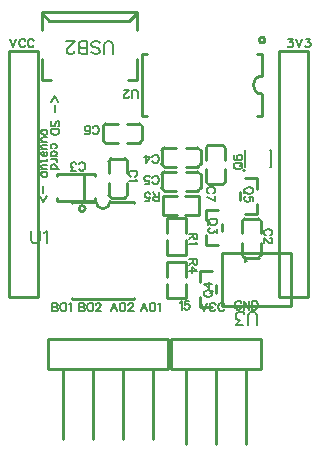
<source format=gto>
G04 Layer: TopSilkLayer*
G04 EasyEDA v6.4.7, 2020-11-10T21:56:29+01:00*
G04 d56d7f5836d14aafa71abd029e92fcd7,d798ca008b2c48fc9d28453cf4f639a5,10*
G04 Gerber Generator version 0.2*
G04 Scale: 100 percent, Rotated: No, Reflected: No *
G04 Dimensions in millimeters *
G04 leading zeros omitted , absolute positions ,3 integer and 3 decimal *
%FSLAX33Y33*%
%MOMM*%
G90*
D02*

%ADD10C,0.254000*%
%ADD26C,0.203200*%
%ADD27C,0.127000*%
%ADD28C,0.152400*%

%LPD*%
G54D10*
G01X11463Y28511D02*
G01X11463Y28411D01*
G01X10872Y27821D01*
G01X3513Y28531D02*
G01X3513Y28411D01*
G01X4103Y27821D01*
G01X4103Y27821D02*
G01X10872Y27821D01*
G01X3493Y28531D02*
G01X11492Y28531D01*
G01X11492Y22771D02*
G01X10730Y22771D01*
G01X4234Y22771D02*
G01X3493Y22771D01*
G01X3493Y22771D02*
G01X3493Y24556D01*
G01X3493Y27026D02*
G01X3493Y28503D01*
G01X11492Y22771D02*
G01X11492Y24556D01*
G01X11492Y27026D02*
G01X11492Y28511D01*
G01X16789Y11391D02*
G01X16789Y12992D01*
G01X14939Y12986D02*
G01X13689Y12986D01*
G01X14939Y11386D02*
G01X13689Y11386D01*
G01X15539Y12992D02*
G01X16789Y12992D01*
G01X15539Y11391D02*
G01X16789Y11391D01*
G01X13689Y11386D02*
G01X13689Y12986D01*
G01X18761Y13970D02*
G01X17561Y13970D01*
G01X18961Y16020D02*
G01X18961Y17020D01*
G01X17360Y16020D02*
G01X17360Y17020D01*
G01X18961Y15220D02*
G01X18961Y14221D01*
G01X17360Y15220D02*
G01X17360Y14221D01*
G01X18761Y17271D02*
G01X17561Y17271D01*
G01X18961Y17071D02*
G01X18961Y17020D01*
G01X17360Y17070D02*
G01X17360Y17020D01*
G01X18961Y14170D02*
G01X18961Y14221D01*
G01X17360Y14171D02*
G01X17360Y14221D01*
G54D27*
G01X22817Y15429D02*
G01X22817Y16829D01*
G01X20617Y15429D02*
G01X20617Y16829D01*
G01X20617Y16829D02*
G01X20699Y16829D01*
G01X22734Y16829D02*
G01X22817Y16829D01*
G01X20617Y15429D02*
G01X20699Y15429D01*
G01X22734Y15429D02*
G01X22817Y15429D01*
G54D10*
G01X24536Y3632D02*
G01X18694Y3632D01*
G01X18694Y3632D02*
G01X18694Y8128D01*
G01X18694Y8128D02*
G01X24536Y8128D01*
G01X24536Y8128D02*
G01X24536Y3632D01*
G01X13589Y13623D02*
G01X13589Y14823D01*
G01X15639Y13423D02*
G01X16639Y13423D01*
G01X15639Y15024D02*
G01X16639Y15024D01*
G01X14839Y13423D02*
G01X13840Y13423D01*
G01X14839Y15024D02*
G01X13840Y15024D01*
G01X16890Y13623D02*
G01X16890Y14823D01*
G01X16690Y13423D02*
G01X16639Y13423D01*
G01X16689Y15024D02*
G01X16639Y15024D01*
G01X13789Y13423D02*
G01X13840Y13423D01*
G01X13790Y15024D02*
G01X13840Y15024D01*
G01X11918Y25002D02*
G01X11918Y19701D01*
G01X22117Y19701D02*
G01X22117Y21590D01*
G01X22117Y25002D02*
G01X22117Y23114D01*
G01X22117Y19701D02*
G01X21676Y19701D01*
G01X12359Y19701D02*
G01X11918Y19701D01*
G01X11918Y25002D02*
G01X12359Y25002D01*
G01X21676Y25002D02*
G01X22117Y25002D01*
G01X20255Y13267D02*
G01X20255Y12640D01*
G01X21654Y14453D02*
G01X21654Y13589D01*
G01X21654Y12318D02*
G01X21654Y11454D01*
G01X21654Y14453D02*
G01X20654Y14453D01*
G01X21654Y11454D02*
G01X20654Y11454D01*
G01X13589Y15655D02*
G01X13589Y16855D01*
G01X15639Y15455D02*
G01X16639Y15455D01*
G01X15639Y17056D02*
G01X16639Y17056D01*
G01X14839Y15455D02*
G01X13840Y15455D01*
G01X14839Y17056D02*
G01X13840Y17056D01*
G01X16890Y15655D02*
G01X16890Y16855D01*
G01X16690Y15455D02*
G01X16639Y15455D01*
G01X16689Y17056D02*
G01X16639Y17056D01*
G01X13789Y15455D02*
G01X13840Y15455D01*
G01X13790Y17056D02*
G01X13840Y17056D01*
G01X8636Y17687D02*
G01X8636Y18887D01*
G01X10686Y17487D02*
G01X11686Y17487D01*
G01X10686Y19088D02*
G01X11686Y19088D01*
G01X9886Y17487D02*
G01X8887Y17487D01*
G01X9886Y19088D02*
G01X8887Y19088D01*
G01X11937Y17687D02*
G01X11937Y18887D01*
G01X11737Y17487D02*
G01X11686Y17487D01*
G01X11736Y19088D02*
G01X11686Y19088D01*
G01X8836Y17487D02*
G01X8887Y17487D01*
G01X8837Y19088D02*
G01X8887Y19088D01*
G01X15621Y-1651D02*
G01X15621Y-8001D01*
G01X18161Y-1651D02*
G01X18161Y-8001D01*
G01X20701Y-1651D02*
G01X20701Y-8001D01*
G01X21971Y-1651D02*
G01X14351Y-1651D01*
G01X14351Y889D01*
G01X21971Y889D01*
G01X21971Y-1651D01*
G01X18733Y9973D02*
G01X18733Y10600D01*
G01X17334Y8787D02*
G01X17334Y9651D01*
G01X17334Y10922D02*
G01X17334Y11786D01*
G01X17334Y8787D02*
G01X18334Y8787D01*
G01X17334Y11786D02*
G01X18334Y11786D01*
G01X18225Y4766D02*
G01X18225Y5393D01*
G01X16826Y3580D02*
G01X16826Y4444D01*
G01X16826Y5715D02*
G01X16826Y6579D01*
G01X16826Y3580D02*
G01X17826Y3580D01*
G01X16826Y6579D02*
G01X17826Y6579D01*
G01X7950Y14859D02*
G01X6478Y14859D01*
G01X6478Y14859D01*
G01X4750Y14859D01*
G01X7949Y12573D02*
G01X4749Y12573D01*
G01X7949Y12573D02*
G01X7949Y12784D01*
G01X7949Y14647D02*
G01X7949Y14859D01*
G01X4749Y12573D02*
G01X4749Y12784D01*
G01X4749Y14647D02*
G01X4749Y14859D01*
G01X7039Y12573D02*
G01X7039Y14859D01*
G01X25984Y25268D02*
G01X25984Y4449D01*
G01X25984Y4449D02*
G01X23545Y4449D01*
G01X23545Y4449D02*
G01X23545Y25268D01*
G01X23545Y25268D02*
G01X25984Y25268D01*
G01X685Y4449D02*
G01X685Y25268D01*
G01X685Y25268D02*
G01X3124Y25268D01*
G01X3124Y25268D02*
G01X3124Y4449D01*
G01X3124Y4449D02*
G01X685Y4449D01*
G01X15659Y11074D02*
G01X14058Y11074D01*
G01X14064Y9224D02*
G01X14064Y7974D01*
G01X15664Y9224D02*
G01X15664Y7974D01*
G01X14058Y9824D02*
G01X14058Y11074D01*
G01X15659Y9824D02*
G01X15659Y11074D01*
G01X15664Y7974D02*
G01X14064Y7974D01*
G01X14058Y4292D02*
G01X15659Y4292D01*
G01X15653Y6142D02*
G01X15653Y7392D01*
G01X14053Y6142D02*
G01X14053Y7392D01*
G01X15659Y5542D02*
G01X15659Y4292D01*
G01X14058Y5542D02*
G01X14058Y4292D01*
G01X14053Y7392D02*
G01X15653Y7392D01*
G01X6036Y4282D02*
G01X11235Y4282D01*
G01X11235Y12481D02*
G01X11235Y12397D01*
G01X11235Y4366D02*
G01X11235Y4282D01*
G01X6036Y12481D02*
G01X6036Y12397D01*
G01X6036Y4366D02*
G01X6036Y4282D01*
G01X11235Y12481D02*
G01X9235Y12481D01*
G01X6036Y12481D02*
G01X8036Y12481D01*
G01X10506Y12827D02*
G01X9306Y12827D01*
G01X10706Y14877D02*
G01X10706Y15877D01*
G01X9105Y14877D02*
G01X9105Y15877D01*
G01X10706Y14077D02*
G01X10706Y13078D01*
G01X9105Y14077D02*
G01X9105Y13078D01*
G01X10506Y16128D02*
G01X9306Y16128D01*
G01X10706Y15928D02*
G01X10706Y15877D01*
G01X9105Y15927D02*
G01X9105Y15877D01*
G01X10706Y13027D02*
G01X10706Y13078D01*
G01X9105Y13028D02*
G01X9105Y13078D01*
G01X21809Y7747D02*
G01X20609Y7747D01*
G01X22009Y9797D02*
G01X22009Y10797D01*
G01X20408Y9797D02*
G01X20408Y10797D01*
G01X22009Y8997D02*
G01X22009Y7998D01*
G01X20408Y8997D02*
G01X20408Y7998D01*
G01X21809Y11048D02*
G01X20609Y11048D01*
G01X22009Y10848D02*
G01X22009Y10797D01*
G01X20408Y10847D02*
G01X20408Y10797D01*
G01X22009Y7947D02*
G01X22009Y7998D01*
G01X20408Y7948D02*
G01X20408Y7998D01*
G01X7747Y-1651D02*
G01X7747Y-7651D01*
G01X10287Y-1651D02*
G01X10287Y-7651D01*
G01X5207Y-1651D02*
G01X5207Y-7651D01*
G01X12827Y-1651D02*
G01X12827Y-7651D01*
G01X14097Y-1651D02*
G01X3937Y-1651D01*
G01X3937Y889D01*
G01X14097Y889D01*
G01X14097Y-1651D01*
G54D26*
G01X4318Y3931D02*
G01X4318Y3215D01*
G01X4318Y3931D02*
G01X4625Y3931D01*
G01X4726Y3898D01*
G01X4759Y3863D01*
G01X4795Y3794D01*
G01X4795Y3726D01*
G01X4759Y3660D01*
G01X4726Y3624D01*
G01X4625Y3591D01*
G01X4318Y3591D02*
G01X4625Y3591D01*
G01X4726Y3556D01*
G01X4759Y3522D01*
G01X4795Y3454D01*
G01X4795Y3352D01*
G01X4759Y3284D01*
G01X4726Y3251D01*
G01X4625Y3215D01*
G01X4318Y3215D01*
G01X5224Y3931D02*
G01X5123Y3898D01*
G01X5054Y3794D01*
G01X5019Y3624D01*
G01X5019Y3522D01*
G01X5054Y3352D01*
G01X5123Y3251D01*
G01X5224Y3215D01*
G01X5293Y3215D01*
G01X5394Y3251D01*
G01X5463Y3352D01*
G01X5496Y3522D01*
G01X5496Y3624D01*
G01X5463Y3794D01*
G01X5394Y3898D01*
G01X5293Y3931D01*
G01X5224Y3931D01*
G01X5722Y3794D02*
G01X5791Y3830D01*
G01X5892Y3931D01*
G01X5892Y3215D01*
G01X6604Y3931D02*
G01X6604Y3215D01*
G01X6604Y3931D02*
G01X6911Y3931D01*
G01X7012Y3898D01*
G01X7045Y3863D01*
G01X7081Y3794D01*
G01X7081Y3726D01*
G01X7045Y3660D01*
G01X7012Y3624D01*
G01X6911Y3591D01*
G01X6604Y3591D02*
G01X6911Y3591D01*
G01X7012Y3556D01*
G01X7045Y3522D01*
G01X7081Y3454D01*
G01X7081Y3352D01*
G01X7045Y3284D01*
G01X7012Y3251D01*
G01X6911Y3215D01*
G01X6604Y3215D01*
G01X7510Y3931D02*
G01X7409Y3898D01*
G01X7340Y3794D01*
G01X7305Y3624D01*
G01X7305Y3522D01*
G01X7340Y3352D01*
G01X7409Y3251D01*
G01X7510Y3215D01*
G01X7579Y3215D01*
G01X7680Y3251D01*
G01X7749Y3352D01*
G01X7782Y3522D01*
G01X7782Y3624D01*
G01X7749Y3794D01*
G01X7680Y3898D01*
G01X7579Y3931D01*
G01X7510Y3931D01*
G01X8041Y3761D02*
G01X8041Y3794D01*
G01X8077Y3863D01*
G01X8110Y3898D01*
G01X8178Y3931D01*
G01X8315Y3931D01*
G01X8384Y3898D01*
G01X8417Y3863D01*
G01X8450Y3794D01*
G01X8450Y3726D01*
G01X8417Y3660D01*
G01X8348Y3556D01*
G01X8008Y3215D01*
G01X8486Y3215D01*
G01X9542Y3931D02*
G01X9271Y3215D01*
G01X9542Y3931D02*
G01X9817Y3215D01*
G01X9372Y3454D02*
G01X9712Y3454D01*
G01X10246Y3931D02*
G01X10144Y3898D01*
G01X10076Y3794D01*
G01X10040Y3624D01*
G01X10040Y3522D01*
G01X10076Y3352D01*
G01X10144Y3251D01*
G01X10246Y3215D01*
G01X10314Y3215D01*
G01X10416Y3251D01*
G01X10485Y3352D01*
G01X10518Y3522D01*
G01X10518Y3624D01*
G01X10485Y3794D01*
G01X10416Y3898D01*
G01X10314Y3931D01*
G01X10246Y3931D01*
G01X10777Y3761D02*
G01X10777Y3794D01*
G01X10812Y3863D01*
G01X10845Y3898D01*
G01X10914Y3931D01*
G01X11051Y3931D01*
G01X11117Y3898D01*
G01X11153Y3863D01*
G01X11186Y3794D01*
G01X11186Y3726D01*
G01X11153Y3660D01*
G01X11084Y3556D01*
G01X10744Y3215D01*
G01X11221Y3215D01*
G01X12082Y3931D02*
G01X11811Y3215D01*
G01X12082Y3931D02*
G01X12357Y3215D01*
G01X11912Y3454D02*
G01X12252Y3454D01*
G01X12786Y3931D02*
G01X12684Y3898D01*
G01X12616Y3794D01*
G01X12580Y3624D01*
G01X12580Y3522D01*
G01X12616Y3352D01*
G01X12684Y3251D01*
G01X12786Y3215D01*
G01X12854Y3215D01*
G01X12956Y3251D01*
G01X13025Y3352D01*
G01X13058Y3522D01*
G01X13058Y3624D01*
G01X13025Y3794D01*
G01X12956Y3898D01*
G01X12854Y3931D01*
G01X12786Y3931D01*
G01X13284Y3794D02*
G01X13352Y3830D01*
G01X13454Y3931D01*
G01X13454Y3215D01*
G01X15113Y3921D02*
G01X15181Y3957D01*
G01X15283Y4058D01*
G01X15283Y3342D01*
G01X15918Y4058D02*
G01X15577Y4058D01*
G01X15542Y3751D01*
G01X15577Y3787D01*
G01X15679Y3820D01*
G01X15781Y3820D01*
G01X15882Y3787D01*
G01X15951Y3718D01*
G01X15986Y3614D01*
G01X15986Y3548D01*
G01X15951Y3444D01*
G01X15882Y3378D01*
G01X15781Y3342D01*
G01X15679Y3342D01*
G01X15577Y3378D01*
G01X15542Y3411D01*
G01X15509Y3479D01*
G01X16894Y3939D02*
G01X17166Y3223D01*
G01X17440Y3939D02*
G01X17166Y3223D01*
G01X18177Y3769D02*
G01X18141Y3837D01*
G01X18073Y3906D01*
G01X18007Y3939D01*
G01X17869Y3939D01*
G01X17801Y3906D01*
G01X17732Y3837D01*
G01X17699Y3769D01*
G01X17664Y3667D01*
G01X17664Y3494D01*
G01X17699Y3393D01*
G01X17732Y3324D01*
G01X17801Y3258D01*
G01X17869Y3223D01*
G01X18007Y3223D01*
G01X18073Y3258D01*
G01X18141Y3324D01*
G01X18177Y3393D01*
G01X18913Y3769D02*
G01X18878Y3837D01*
G01X18809Y3906D01*
G01X18741Y3939D01*
G01X18606Y3939D01*
G01X18537Y3906D01*
G01X18469Y3837D01*
G01X18436Y3769D01*
G01X18400Y3667D01*
G01X18400Y3494D01*
G01X18436Y3393D01*
G01X18469Y3324D01*
G01X18537Y3258D01*
G01X18606Y3223D01*
G01X18741Y3223D01*
G01X18809Y3258D01*
G01X18878Y3324D01*
G01X18913Y3393D01*
G01X20326Y3896D02*
G01X20293Y3964D01*
G01X20224Y4033D01*
G01X20155Y4066D01*
G01X20021Y4066D01*
G01X19952Y4033D01*
G01X19884Y3964D01*
G01X19848Y3896D01*
G01X19815Y3794D01*
G01X19815Y3621D01*
G01X19848Y3520D01*
G01X19884Y3451D01*
G01X19952Y3385D01*
G01X20021Y3350D01*
G01X20155Y3350D01*
G01X20224Y3385D01*
G01X20293Y3451D01*
G01X20326Y3520D01*
G01X20326Y3621D01*
G01X20155Y3621D02*
G01X20326Y3621D01*
G01X20552Y4066D02*
G01X20552Y3350D01*
G01X20552Y4066D02*
G01X21029Y3350D01*
G01X21029Y4066D02*
G01X21029Y3350D01*
G01X21253Y4066D02*
G01X21253Y3350D01*
G01X21253Y4066D02*
G01X21492Y4066D01*
G01X21596Y4033D01*
G01X21662Y3964D01*
G01X21697Y3896D01*
G01X21730Y3794D01*
G01X21730Y3621D01*
G01X21697Y3520D01*
G01X21662Y3451D01*
G01X21596Y3385D01*
G01X21492Y3350D01*
G01X21253Y3350D01*
G01X3281Y12992D02*
G01X3589Y12446D01*
G01X3896Y12992D01*
G01X3589Y13215D02*
G01X3589Y13830D01*
G01X3418Y14988D02*
G01X3896Y14988D01*
G01X3520Y14988D02*
G01X3451Y14919D01*
G01X3418Y14853D01*
G01X3418Y14749D01*
G01X3451Y14681D01*
G01X3520Y14615D01*
G01X3624Y14579D01*
G01X3690Y14579D01*
G01X3794Y14615D01*
G01X3860Y14681D01*
G01X3896Y14749D01*
G01X3896Y14853D01*
G01X3860Y14919D01*
G01X3794Y14988D01*
G01X3418Y15214D02*
G01X3896Y15214D01*
G01X3556Y15214D02*
G01X3451Y15316D01*
G01X3418Y15384D01*
G01X3418Y15486D01*
G01X3451Y15554D01*
G01X3556Y15587D01*
G01X3896Y15587D01*
G01X3180Y15915D02*
G01X3759Y15915D01*
G01X3860Y15951D01*
G01X3896Y16019D01*
G01X3896Y16085D01*
G01X3418Y15814D02*
G01X3418Y16052D01*
G01X3624Y16311D02*
G01X3624Y16720D01*
G01X3556Y16720D01*
G01X3487Y16687D01*
G01X3451Y16652D01*
G01X3418Y16583D01*
G01X3418Y16482D01*
G01X3451Y16413D01*
G01X3520Y16344D01*
G01X3624Y16311D01*
G01X3690Y16311D01*
G01X3794Y16344D01*
G01X3860Y16413D01*
G01X3896Y16482D01*
G01X3896Y16583D01*
G01X3860Y16652D01*
G01X3794Y16720D01*
G01X3418Y16946D02*
G01X3896Y16946D01*
G01X3556Y16946D02*
G01X3451Y17048D01*
G01X3418Y17117D01*
G01X3418Y17218D01*
G01X3451Y17287D01*
G01X3556Y17320D01*
G01X3896Y17320D01*
G01X3418Y17546D02*
G01X3896Y17546D01*
G01X3556Y17546D02*
G01X3451Y17647D01*
G01X3418Y17716D01*
G01X3418Y17818D01*
G01X3451Y17886D01*
G01X3556Y17922D01*
G01X3896Y17922D01*
G01X3418Y18554D02*
G01X3896Y18554D01*
G01X3520Y18554D02*
G01X3451Y18486D01*
G01X3418Y18417D01*
G01X3418Y18315D01*
G01X3451Y18247D01*
G01X3520Y18181D01*
G01X3624Y18145D01*
G01X3690Y18145D01*
G01X3794Y18181D01*
G01X3860Y18247D01*
G01X3896Y18315D01*
G01X3896Y18417D01*
G01X3860Y18486D01*
G01X3794Y18554D01*
G01X4846Y20916D02*
G01X4538Y21463D01*
G01X4231Y20916D01*
G01X4538Y20693D02*
G01X4538Y20078D01*
G01X4846Y18851D02*
G01X4914Y18920D01*
G01X4947Y19022D01*
G01X4947Y19159D01*
G01X4914Y19260D01*
G01X4846Y19329D01*
G01X4777Y19329D01*
G01X4709Y19293D01*
G01X4676Y19260D01*
G01X4640Y19192D01*
G01X4572Y18989D01*
G01X4538Y18920D01*
G01X4503Y18884D01*
G01X4437Y18851D01*
G01X4333Y18851D01*
G01X4267Y18920D01*
G01X4231Y19022D01*
G01X4231Y19159D01*
G01X4267Y19260D01*
G01X4333Y19329D01*
G01X4947Y18625D02*
G01X4231Y18625D01*
G01X4947Y18625D02*
G01X4947Y18387D01*
G01X4914Y18285D01*
G01X4846Y18216D01*
G01X4777Y18183D01*
G01X4676Y18148D01*
G01X4503Y18148D01*
G01X4401Y18183D01*
G01X4333Y18216D01*
G01X4267Y18285D01*
G01X4231Y18387D01*
G01X4231Y18625D01*
G01X4607Y16990D02*
G01X4676Y17058D01*
G01X4709Y17127D01*
G01X4709Y17228D01*
G01X4676Y17297D01*
G01X4607Y17365D01*
G01X4503Y17399D01*
G01X4437Y17399D01*
G01X4333Y17365D01*
G01X4267Y17297D01*
G01X4231Y17228D01*
G01X4231Y17127D01*
G01X4267Y17058D01*
G01X4333Y16990D01*
G01X4709Y16355D02*
G01X4231Y16355D01*
G01X4607Y16355D02*
G01X4676Y16423D01*
G01X4709Y16492D01*
G01X4709Y16593D01*
G01X4676Y16662D01*
G01X4607Y16730D01*
G01X4503Y16766D01*
G01X4437Y16766D01*
G01X4333Y16730D01*
G01X4267Y16662D01*
G01X4231Y16593D01*
G01X4231Y16492D01*
G01X4267Y16423D01*
G01X4333Y16355D01*
G01X4709Y16131D02*
G01X4231Y16131D01*
G01X4503Y16131D02*
G01X4607Y16095D01*
G01X4676Y16029D01*
G01X4709Y15961D01*
G01X4709Y15857D01*
G01X4947Y15224D02*
G01X4231Y15224D01*
G01X4607Y15224D02*
G01X4676Y15293D01*
G01X4709Y15361D01*
G01X4709Y15463D01*
G01X4676Y15532D01*
G01X4607Y15598D01*
G01X4503Y15633D01*
G01X4437Y15633D01*
G01X4333Y15598D01*
G01X4267Y15532D01*
G01X4231Y15463D01*
G01X4231Y15361D01*
G01X4267Y15293D01*
G01X4333Y15224D01*
G01X762Y26283D02*
G01X1033Y25567D01*
G01X1308Y26283D02*
G01X1033Y25567D01*
G01X2044Y26113D02*
G01X2009Y26182D01*
G01X1940Y26250D01*
G01X1874Y26283D01*
G01X1737Y26283D01*
G01X1668Y26250D01*
G01X1600Y26182D01*
G01X1567Y26113D01*
G01X1531Y26012D01*
G01X1531Y25839D01*
G01X1567Y25737D01*
G01X1600Y25669D01*
G01X1668Y25603D01*
G01X1737Y25567D01*
G01X1874Y25567D01*
G01X1940Y25603D01*
G01X2009Y25669D01*
G01X2044Y25737D01*
G01X2781Y26113D02*
G01X2745Y26182D01*
G01X2677Y26250D01*
G01X2608Y26283D01*
G01X2473Y26283D01*
G01X2405Y26250D01*
G01X2336Y26182D01*
G01X2303Y26113D01*
G01X2268Y26012D01*
G01X2268Y25839D01*
G01X2303Y25737D01*
G01X2336Y25669D01*
G01X2405Y25603D01*
G01X2473Y25567D01*
G01X2608Y25567D01*
G01X2677Y25603D01*
G01X2745Y25669D01*
G01X2781Y25737D01*
G01X24325Y26283D02*
G01X24698Y26283D01*
G01X24495Y26012D01*
G01X24597Y26012D01*
G01X24665Y25976D01*
G01X24698Y25943D01*
G01X24734Y25839D01*
G01X24734Y25773D01*
G01X24698Y25669D01*
G01X24632Y25603D01*
G01X24528Y25567D01*
G01X24427Y25567D01*
G01X24325Y25603D01*
G01X24290Y25636D01*
G01X24257Y25704D01*
G01X24958Y26283D02*
G01X25232Y25567D01*
G01X25504Y26283D02*
G01X25232Y25567D01*
G01X25798Y26283D02*
G01X26172Y26283D01*
G01X25968Y26012D01*
G01X26070Y26012D01*
G01X26139Y25976D01*
G01X26172Y25943D01*
G01X26207Y25839D01*
G01X26207Y25773D01*
G01X26172Y25669D01*
G01X26103Y25603D01*
G01X26001Y25567D01*
G01X25900Y25567D01*
G01X25798Y25603D01*
G01X25763Y25636D01*
G01X25730Y25704D01*
G54D28*
G01X9454Y24997D02*
G01X9454Y25777D01*
G01X9403Y25932D01*
G01X9299Y26036D01*
G01X9141Y26087D01*
G01X9037Y26087D01*
G01X8882Y26036D01*
G01X8778Y25932D01*
G01X8727Y25777D01*
G01X8727Y24997D01*
G01X7655Y25152D02*
G01X7760Y25048D01*
G01X7917Y24997D01*
G01X8123Y24997D01*
G01X8280Y25048D01*
G01X8384Y25152D01*
G01X8384Y25256D01*
G01X8331Y25360D01*
G01X8280Y25413D01*
G01X8176Y25464D01*
G01X7864Y25568D01*
G01X7760Y25619D01*
G01X7709Y25672D01*
G01X7655Y25777D01*
G01X7655Y25932D01*
G01X7760Y26036D01*
G01X7917Y26087D01*
G01X8123Y26087D01*
G01X8280Y26036D01*
G01X8384Y25932D01*
G01X7312Y24997D02*
G01X7312Y26087D01*
G01X7312Y24997D02*
G01X6845Y24997D01*
G01X6690Y25048D01*
G01X6637Y25101D01*
G01X6586Y25205D01*
G01X6586Y25309D01*
G01X6637Y25413D01*
G01X6690Y25464D01*
G01X6845Y25515D01*
G01X7312Y25515D02*
G01X6845Y25515D01*
G01X6690Y25568D01*
G01X6637Y25619D01*
G01X6586Y25723D01*
G01X6586Y25881D01*
G01X6637Y25985D01*
G01X6690Y26036D01*
G01X6845Y26087D01*
G01X7312Y26087D01*
G01X6190Y25256D02*
G01X6190Y25205D01*
G01X6139Y25101D01*
G01X6088Y25048D01*
G01X5984Y24997D01*
G01X5776Y24997D01*
G01X5672Y25048D01*
G01X5618Y25101D01*
G01X5567Y25205D01*
G01X5567Y25309D01*
G01X5618Y25413D01*
G01X5722Y25568D01*
G01X6243Y26087D01*
G01X5517Y26087D01*
G01X13334Y12578D02*
G01X13334Y13294D01*
G01X13334Y12578D02*
G01X13029Y12578D01*
G01X12925Y12611D01*
G01X12892Y12646D01*
G01X12856Y12715D01*
G01X12856Y12783D01*
G01X12892Y12849D01*
G01X12925Y12885D01*
G01X13029Y12918D01*
G01X13334Y12918D01*
G01X13095Y12918D02*
G01X12856Y13294D01*
G01X12224Y12578D02*
G01X12564Y12578D01*
G01X12597Y12885D01*
G01X12564Y12849D01*
G01X12462Y12816D01*
G01X12358Y12816D01*
G01X12257Y12849D01*
G01X12188Y12918D01*
G01X12155Y13022D01*
G01X12155Y13088D01*
G01X12188Y13192D01*
G01X12257Y13258D01*
G01X12358Y13294D01*
G01X12462Y13294D01*
G01X12564Y13258D01*
G01X12597Y13225D01*
G01X12633Y13157D01*
G01X17988Y13222D02*
G01X18057Y13258D01*
G01X18125Y13326D01*
G01X18158Y13392D01*
G01X18158Y13529D01*
G01X18125Y13598D01*
G01X18057Y13667D01*
G01X17988Y13700D01*
G01X17886Y13735D01*
G01X17716Y13735D01*
G01X17615Y13700D01*
G01X17546Y13667D01*
G01X17477Y13598D01*
G01X17442Y13529D01*
G01X17442Y13392D01*
G01X17477Y13326D01*
G01X17546Y13258D01*
G01X17615Y13222D01*
G01X18158Y12521D02*
G01X17442Y12861D01*
G01X18158Y12999D02*
G01X18158Y12521D01*
G01X19690Y15445D02*
G01X19723Y15377D01*
G01X19791Y15308D01*
G01X19860Y15273D01*
G01X19961Y15240D01*
G01X20134Y15240D01*
G01X20236Y15273D01*
G01X20304Y15308D01*
G01X20370Y15377D01*
G01X20406Y15445D01*
G01X20406Y15580D01*
G01X20370Y15648D01*
G01X20304Y15717D01*
G01X20236Y15750D01*
G01X20134Y15786D01*
G01X19961Y15786D01*
G01X19860Y15750D01*
G01X19791Y15717D01*
G01X19723Y15648D01*
G01X19690Y15580D01*
G01X19690Y15445D01*
G01X20269Y15547D02*
G01X20474Y15750D01*
G01X19791Y16418D02*
G01X19723Y16385D01*
G01X19690Y16283D01*
G01X19690Y16215D01*
G01X19723Y16113D01*
G01X19827Y16045D01*
G01X19997Y16009D01*
G01X20167Y16009D01*
G01X20304Y16045D01*
G01X20370Y16113D01*
G01X20406Y16215D01*
G01X20406Y16248D01*
G01X20370Y16352D01*
G01X20304Y16418D01*
G01X20200Y16454D01*
G01X20167Y16454D01*
G01X20066Y16418D01*
G01X19997Y16352D01*
G01X19961Y16248D01*
G01X19961Y16215D01*
G01X19997Y16113D01*
G01X20066Y16045D01*
G01X20167Y16009D01*
G01X21666Y2072D02*
G01X21666Y2852D01*
G01X21615Y3007D01*
G01X21511Y3111D01*
G01X21353Y3162D01*
G01X21249Y3162D01*
G01X21094Y3111D01*
G01X20990Y3007D01*
G01X20939Y2852D01*
G01X20939Y2072D01*
G01X20492Y2072D02*
G01X19921Y2072D01*
G01X20231Y2489D01*
G01X20076Y2489D01*
G01X19972Y2540D01*
G01X19921Y2590D01*
G01X19867Y2748D01*
G01X19867Y2852D01*
G01X19921Y3007D01*
G01X20025Y3111D01*
G01X20180Y3162D01*
G01X20335Y3162D01*
G01X20492Y3111D01*
G01X20543Y3060D01*
G01X20596Y2956D01*
G01X20802Y7459D02*
G01X20756Y7437D01*
G01X20688Y7368D01*
G01X20688Y7853D01*
G01X12823Y14145D02*
G01X12856Y14076D01*
G01X12925Y14010D01*
G01X12993Y13974D01*
G01X13130Y13974D01*
G01X13199Y14010D01*
G01X13265Y14076D01*
G01X13301Y14145D01*
G01X13334Y14246D01*
G01X13334Y14419D01*
G01X13301Y14520D01*
G01X13265Y14589D01*
G01X13199Y14658D01*
G01X13130Y14691D01*
G01X12993Y14691D01*
G01X12925Y14658D01*
G01X12856Y14589D01*
G01X12823Y14520D01*
G01X12188Y13974D02*
G01X12531Y13974D01*
G01X12564Y14282D01*
G01X12531Y14246D01*
G01X12427Y14213D01*
G01X12325Y14213D01*
G01X12224Y14246D01*
G01X12155Y14315D01*
G01X12122Y14419D01*
G01X12122Y14485D01*
G01X12155Y14589D01*
G01X12224Y14658D01*
G01X12325Y14691D01*
G01X12427Y14691D01*
G01X12531Y14658D01*
G01X12564Y14622D01*
G01X12597Y14553D01*
G01X11561Y21221D02*
G01X11561Y21732D01*
G01X11526Y21836D01*
G01X11457Y21902D01*
G01X11355Y21937D01*
G01X11287Y21937D01*
G01X11185Y21902D01*
G01X11117Y21836D01*
G01X11084Y21732D01*
G01X11084Y21221D01*
G01X10825Y21391D02*
G01X10825Y21358D01*
G01X10789Y21290D01*
G01X10756Y21254D01*
G01X10687Y21221D01*
G01X10550Y21221D01*
G01X10482Y21254D01*
G01X10449Y21290D01*
G01X10416Y21358D01*
G01X10416Y21427D01*
G01X10449Y21493D01*
G01X10517Y21597D01*
G01X10858Y21937D01*
G01X10380Y21937D01*
G01X21330Y13511D02*
G01X21297Y13579D01*
G01X21229Y13648D01*
G01X21160Y13681D01*
G01X21059Y13717D01*
G01X20886Y13717D01*
G01X20784Y13681D01*
G01X20716Y13648D01*
G01X20650Y13579D01*
G01X20614Y13511D01*
G01X20614Y13374D01*
G01X20650Y13308D01*
G01X20716Y13239D01*
G01X20784Y13203D01*
G01X20886Y13170D01*
G01X21059Y13170D01*
G01X21160Y13203D01*
G01X21229Y13239D01*
G01X21297Y13308D01*
G01X21330Y13374D01*
G01X21330Y13511D01*
G01X20751Y13409D02*
G01X20546Y13203D01*
G01X21330Y12535D02*
G01X21330Y12876D01*
G01X21023Y12911D01*
G01X21059Y12876D01*
G01X21092Y12774D01*
G01X21092Y12673D01*
G01X21059Y12571D01*
G01X20990Y12502D01*
G01X20886Y12467D01*
G01X20820Y12467D01*
G01X20716Y12502D01*
G01X20650Y12571D01*
G01X20614Y12673D01*
G01X20614Y12774D01*
G01X20650Y12876D01*
G01X20683Y12911D01*
G01X20751Y12944D01*
G01X12824Y15923D02*
G01X12857Y15854D01*
G01X12925Y15788D01*
G01X12994Y15752D01*
G01X13131Y15752D01*
G01X13197Y15788D01*
G01X13266Y15854D01*
G01X13301Y15923D01*
G01X13334Y16024D01*
G01X13334Y16197D01*
G01X13301Y16299D01*
G01X13266Y16367D01*
G01X13197Y16436D01*
G01X13131Y16469D01*
G01X12994Y16469D01*
G01X12925Y16436D01*
G01X12857Y16367D01*
G01X12824Y16299D01*
G01X12257Y15752D02*
G01X12597Y16230D01*
G01X12087Y16230D01*
G01X12257Y15752D02*
G01X12257Y16469D01*
G01X7751Y18351D02*
G01X7784Y18282D01*
G01X7852Y18216D01*
G01X7921Y18181D01*
G01X8058Y18181D01*
G01X8124Y18216D01*
G01X8193Y18282D01*
G01X8228Y18351D01*
G01X8261Y18452D01*
G01X8261Y18625D01*
G01X8228Y18727D01*
G01X8193Y18795D01*
G01X8124Y18864D01*
G01X8058Y18897D01*
G01X7921Y18897D01*
G01X7852Y18864D01*
G01X7784Y18795D01*
G01X7751Y18727D01*
G01X7116Y18282D02*
G01X7151Y18216D01*
G01X7253Y18181D01*
G01X7322Y18181D01*
G01X7423Y18216D01*
G01X7492Y18318D01*
G01X7525Y18488D01*
G01X7525Y18658D01*
G01X7492Y18795D01*
G01X7423Y18864D01*
G01X7322Y18897D01*
G01X7286Y18897D01*
G01X7184Y18864D01*
G01X7116Y18795D01*
G01X7083Y18691D01*
G01X7083Y18658D01*
G01X7116Y18557D01*
G01X7184Y18488D01*
G01X7286Y18452D01*
G01X7322Y18452D01*
G01X7423Y18488D01*
G01X7492Y18557D01*
G01X7525Y18658D01*
G01X18282Y10844D02*
G01X18249Y10912D01*
G01X18181Y10981D01*
G01X18112Y11014D01*
G01X18011Y11050D01*
G01X17838Y11050D01*
G01X17736Y11014D01*
G01X17668Y10981D01*
G01X17602Y10912D01*
G01X17566Y10844D01*
G01X17566Y10707D01*
G01X17602Y10641D01*
G01X17668Y10572D01*
G01X17736Y10536D01*
G01X17838Y10503D01*
G01X18011Y10503D01*
G01X18112Y10536D01*
G01X18181Y10572D01*
G01X18249Y10641D01*
G01X18282Y10707D01*
G01X18282Y10844D01*
G01X17703Y10742D02*
G01X17498Y10536D01*
G01X18282Y10209D02*
G01X18282Y9835D01*
G01X18011Y10039D01*
G01X18011Y9937D01*
G01X17975Y9868D01*
G01X17942Y9835D01*
G01X17838Y9800D01*
G01X17772Y9800D01*
G01X17668Y9835D01*
G01X17602Y9904D01*
G01X17566Y10006D01*
G01X17566Y10107D01*
G01X17602Y10209D01*
G01X17635Y10244D01*
G01X17703Y10277D01*
G01X17149Y4648D02*
G01X17185Y4582D01*
G01X17251Y4513D01*
G01X17320Y4478D01*
G01X17421Y4445D01*
G01X17594Y4445D01*
G01X17696Y4478D01*
G01X17764Y4513D01*
G01X17833Y4582D01*
G01X17866Y4648D01*
G01X17866Y4785D01*
G01X17833Y4854D01*
G01X17764Y4922D01*
G01X17696Y4955D01*
G01X17594Y4991D01*
G01X17421Y4991D01*
G01X17320Y4955D01*
G01X17251Y4922D01*
G01X17185Y4854D01*
G01X17149Y4785D01*
G01X17149Y4648D01*
G01X17729Y4752D02*
G01X17934Y4955D01*
G01X17149Y5555D02*
G01X17627Y5215D01*
G01X17627Y5725D01*
G01X17149Y5555D02*
G01X17866Y5555D01*
G01X6601Y15288D02*
G01X6634Y15219D01*
G01X6702Y15153D01*
G01X6771Y15117D01*
G01X6908Y15117D01*
G01X6974Y15153D01*
G01X7043Y15219D01*
G01X7078Y15288D01*
G01X7111Y15389D01*
G01X7111Y15562D01*
G01X7078Y15664D01*
G01X7043Y15732D01*
G01X6974Y15801D01*
G01X6908Y15834D01*
G01X6771Y15834D01*
G01X6702Y15801D01*
G01X6634Y15732D01*
G01X6601Y15664D01*
G01X6306Y15117D02*
G01X5933Y15117D01*
G01X6136Y15389D01*
G01X6034Y15389D01*
G01X5966Y15425D01*
G01X5933Y15458D01*
G01X5897Y15562D01*
G01X5897Y15628D01*
G01X5933Y15732D01*
G01X6001Y15801D01*
G01X6103Y15834D01*
G01X6204Y15834D01*
G01X6306Y15801D01*
G01X6341Y15765D01*
G01X6374Y15697D01*
G01X16631Y9779D02*
G01X15915Y9779D01*
G01X16631Y9779D02*
G01X16631Y9471D01*
G01X16598Y9370D01*
G01X16563Y9337D01*
G01X16494Y9301D01*
G01X16426Y9301D01*
G01X16360Y9337D01*
G01X16324Y9370D01*
G01X16291Y9471D01*
G01X16291Y9779D01*
G01X16291Y9540D02*
G01X15915Y9301D01*
G01X16494Y9077D02*
G01X16530Y9009D01*
G01X16631Y8905D01*
G01X15915Y8905D01*
G01X16631Y7620D02*
G01X15915Y7620D01*
G01X16631Y7620D02*
G01X16631Y7312D01*
G01X16598Y7211D01*
G01X16563Y7178D01*
G01X16494Y7142D01*
G01X16426Y7142D01*
G01X16360Y7178D01*
G01X16324Y7211D01*
G01X16291Y7312D01*
G01X16291Y7620D01*
G01X16291Y7381D02*
G01X15915Y7142D01*
G01X16631Y6576D02*
G01X16154Y6918D01*
G01X16154Y6405D01*
G01X16631Y6576D02*
G01X15915Y6576D01*
G01X2540Y10043D02*
G01X2540Y9263D01*
G01X2590Y9108D01*
G01X2694Y9004D01*
G01X2852Y8953D01*
G01X2956Y8953D01*
G01X3111Y9004D01*
G01X3215Y9108D01*
G01X3266Y9263D01*
G01X3266Y10043D01*
G01X3609Y9834D02*
G01X3713Y9888D01*
G01X3870Y10043D01*
G01X3870Y8953D01*
G01X11381Y14600D02*
G01X11450Y14636D01*
G01X11516Y14704D01*
G01X11552Y14773D01*
G01X11552Y14907D01*
G01X11516Y14976D01*
G01X11450Y15045D01*
G01X11381Y15078D01*
G01X11280Y15113D01*
G01X11107Y15113D01*
G01X11005Y15078D01*
G01X10937Y15045D01*
G01X10868Y14976D01*
G01X10835Y14907D01*
G01X10835Y14773D01*
G01X10868Y14704D01*
G01X10937Y14636D01*
G01X11005Y14600D01*
G01X11414Y14377D02*
G01X11450Y14308D01*
G01X11552Y14206D01*
G01X10835Y14206D01*
G01X22811Y9649D02*
G01X22880Y9682D01*
G01X22948Y9751D01*
G01X22981Y9819D01*
G01X22981Y9954D01*
G01X22948Y10022D01*
G01X22880Y10091D01*
G01X22811Y10126D01*
G01X22710Y10160D01*
G01X22537Y10160D01*
G01X22435Y10126D01*
G01X22367Y10091D01*
G01X22301Y10022D01*
G01X22265Y9954D01*
G01X22265Y9819D01*
G01X22301Y9751D01*
G01X22367Y9682D01*
G01X22435Y9649D01*
G01X22811Y9390D02*
G01X22844Y9390D01*
G01X22913Y9354D01*
G01X22948Y9321D01*
G01X22981Y9253D01*
G01X22981Y9116D01*
G01X22948Y9047D01*
G01X22913Y9014D01*
G01X22844Y8981D01*
G01X22776Y8981D01*
G01X22710Y9014D01*
G01X22606Y9083D01*
G01X22265Y9423D01*
G01X22265Y8945D01*
G54D10*
G75*
G01X18761Y17271D02*
G02X18961Y17071I0J-200D01*
G01*
G75*
G01X17561Y17271D02*
G03X17361Y17071I0J-200D01*
G01*
G75*
G01X18761Y13971D02*
G03X18961Y14171I0J200D01*
G01*
G75*
G01X17561Y13971D02*
G02X17361Y14171I0J200D01*
G01*
G75*
G01X16890Y13624D02*
G02X16690Y13424I-200J0D01*
G01*
G75*
G01X16890Y14824D02*
G03X16690Y15024I-200J0D01*
G01*
G75*
G01X13590Y13624D02*
G03X13790Y13424I200J0D01*
G01*
G75*
G01X13590Y14824D02*
G02X13790Y15024I200J0D01*
G01*
G75*
G01X22118Y21590D02*
G02X22118Y23114I0J762D01*
G01*
G75*
G01X16890Y15656D02*
G02X16690Y15456I-200J0D01*
G01*
G75*
G01X16890Y16856D02*
G03X16690Y17056I-200J0D01*
G01*
G75*
G01X13590Y15656D02*
G03X13790Y15456I200J0D01*
G01*
G75*
G01X13590Y16856D02*
G02X13790Y17056I200J0D01*
G01*
G75*
G01X11937Y17688D02*
G02X11737Y17488I-200J0D01*
G01*
G75*
G01X11937Y18888D02*
G03X11737Y19088I-200J0D01*
G01*
G75*
G01X8637Y17688D02*
G03X8837Y17488I200J0D01*
G01*
G75*
G01X8637Y18888D02*
G02X8837Y19088I200J0D01*
G01*
G75*
G01X9236Y12482D02*
G02X8035Y12483I-600J0D01*
G01*
G75*
G01X10506Y16128D02*
G02X10706Y15928I0J-200D01*
G01*
G75*
G01X9306Y16128D02*
G03X9106Y15928I0J-200D01*
G01*
G75*
G01X10506Y12828D02*
G03X10706Y13028I0J200D01*
G01*
G75*
G01X9306Y12828D02*
G02X9106Y13028I0J200D01*
G01*
G75*
G01X21809Y11048D02*
G02X22009Y10848I0J-200D01*
G01*
G75*
G01X20609Y11048D02*
G03X20409Y10848I0J-200D01*
G01*
G75*
G01X21809Y7748D02*
G03X22009Y7948I0J200D01*
G01*
G75*
G01X20609Y7748D02*
G02X20409Y7948I0J200D01*
G01*
G54D27*
G75*
G01X20649Y15139D02*
G03X20649Y15139I-72J0D01*
G01*
G54D10*
G75*
G01X22352Y26162D02*
G03X22352Y26162I-254J0D01*
G01*
G75*
G01X7125Y11887D02*
G03X7125Y11887I-254J0D01*
G01*
G75*
G01X5090Y12446D02*
G03X5090Y12446I-10J0D01*
G01*
M00*
M02*

</source>
